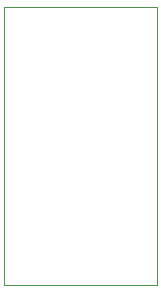
<source format=gbr>
%TF.GenerationSoftware,KiCad,Pcbnew,8.0.7*%
%TF.CreationDate,2024-12-17T11:32:19+05:30*%
%TF.ProjectId,SQR Wave Generator,53515220-5761-4766-9520-47656e657261,rev?*%
%TF.SameCoordinates,Original*%
%TF.FileFunction,Profile,NP*%
%FSLAX46Y46*%
G04 Gerber Fmt 4.6, Leading zero omitted, Abs format (unit mm)*
G04 Created by KiCad (PCBNEW 8.0.7) date 2024-12-17 11:32:19*
%MOMM*%
%LPD*%
G01*
G04 APERTURE LIST*
%TA.AperFunction,Profile*%
%ADD10C,0.050000*%
%TD*%
G04 APERTURE END LIST*
D10*
X223062800Y-63220600D02*
X210108800Y-63220600D01*
X210108800Y-39725600D01*
X223062800Y-39725600D01*
X223062800Y-63220600D01*
M02*

</source>
